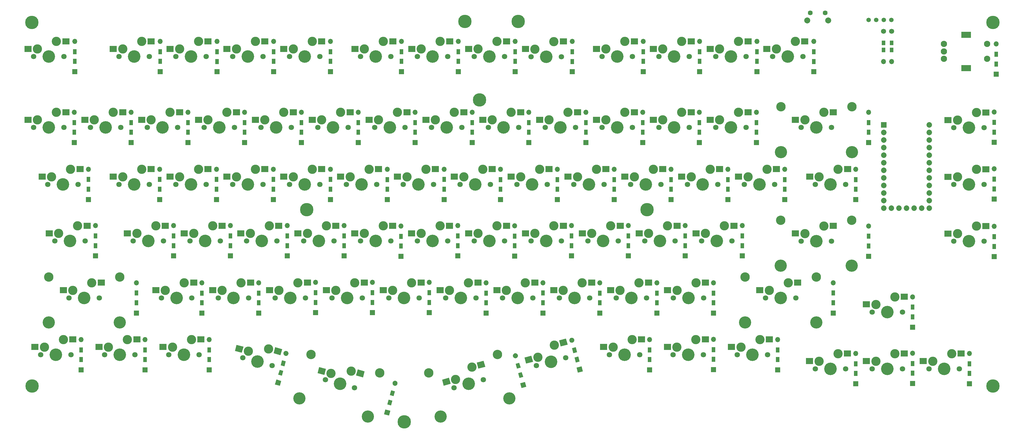
<source format=gbr>
%TF.GenerationSoftware,KiCad,Pcbnew,(5.1.6)-1*%
%TF.CreationDate,2021-09-12T01:22:44+02:00*%
%TF.ProjectId,Kanagawa,4b616e61-6761-4776-912e-6b696361645f,rev?*%
%TF.SameCoordinates,Original*%
%TF.FileFunction,Soldermask,Bot*%
%TF.FilePolarity,Negative*%
%FSLAX46Y46*%
G04 Gerber Fmt 4.6, Leading zero omitted, Abs format (unit mm)*
G04 Created by KiCad (PCBNEW (5.1.6)-1) date 2021-09-12 01:22:44*
%MOMM*%
%LPD*%
G01*
G04 APERTURE LIST*
%ADD10C,0.800000*%
%ADD11C,4.500000*%
%ADD12C,1.852600*%
%ADD13R,1.852600X1.852600*%
%ADD14C,1.800000*%
%ADD15C,3.100000*%
%ADD16C,4.200000*%
%ADD17R,2.400000X2.100000*%
%ADD18C,4.100000*%
%ADD19C,3.150000*%
%ADD20C,2.100000*%
%ADD21R,3.300000X2.100000*%
%ADD22C,0.100000*%
%ADD23R,1.300000X1.700000*%
%ADD24O,1.700000X1.700000*%
%ADD25R,1.700000X1.700000*%
%ADD26R,1.300000X1.500000*%
%ADD27C,1.700000*%
%ADD28C,1.497000*%
%ADD29C,1.624000*%
%ADD30C,2.000000*%
G04 APERTURE END LIST*
D10*
%TO.C,MountBaseMiddleTop1*%
X62046726Y-82065274D03*
X60880000Y-81582000D03*
X59713274Y-82065274D03*
X59230000Y-83232000D03*
X59713274Y-84398726D03*
X60880000Y-84882000D03*
X62046726Y-84398726D03*
X62530000Y-83232000D03*
D11*
X60880000Y-83232000D03*
%TD*%
D10*
%TO.C,MountBaseMiddleTop2*%
X62056726Y-204065274D03*
X60890000Y-203582000D03*
X59723274Y-204065274D03*
X59240000Y-205232000D03*
X59723274Y-206398726D03*
X60890000Y-206882000D03*
X62056726Y-206398726D03*
X62540000Y-205232000D03*
D11*
X60890000Y-205232000D03*
%TD*%
D10*
%TO.C,MountBaseMiddleTop3*%
X384056726Y-82065274D03*
X382890000Y-81582000D03*
X381723274Y-82065274D03*
X381240000Y-83232000D03*
X381723274Y-84398726D03*
X382890000Y-84882000D03*
X384056726Y-84398726D03*
X384540000Y-83232000D03*
D11*
X382890000Y-83232000D03*
%TD*%
D10*
%TO.C,MountBaseMiddleTop4*%
X384056726Y-204065274D03*
X382890000Y-203582000D03*
X381723274Y-204065274D03*
X381240000Y-205232000D03*
X381723274Y-206398726D03*
X382890000Y-206882000D03*
X384056726Y-206398726D03*
X384540000Y-205232000D03*
D11*
X382890000Y-205232000D03*
%TD*%
D10*
%TO.C,MountBaseMiddleTop5*%
X268166726Y-144833274D03*
X267000000Y-144350000D03*
X265833274Y-144833274D03*
X265350000Y-146000000D03*
X265833274Y-147166726D03*
X267000000Y-147650000D03*
X268166726Y-147166726D03*
X268650000Y-146000000D03*
D11*
X267000000Y-146000000D03*
%TD*%
D10*
%TO.C,MountBaseMiddleTop6*%
X154166726Y-144833274D03*
X153000000Y-144350000D03*
X151833274Y-144833274D03*
X151350000Y-146000000D03*
X151833274Y-147166726D03*
X153000000Y-147650000D03*
X154166726Y-147166726D03*
X154650000Y-146000000D03*
D11*
X153000000Y-146000000D03*
%TD*%
D10*
%TO.C,MountBaseMiddleTop7*%
X212056726Y-108065274D03*
X210890000Y-107582000D03*
X209723274Y-108065274D03*
X209240000Y-109232000D03*
X209723274Y-110398726D03*
X210890000Y-110882000D03*
X212056726Y-110398726D03*
X212540000Y-109232000D03*
D11*
X210890000Y-109232000D03*
%TD*%
D10*
%TO.C,MountBaseMiddleTop8*%
X186816726Y-216065274D03*
X185650000Y-215582000D03*
X184483274Y-216065274D03*
X184000000Y-217232000D03*
X184483274Y-218398726D03*
X185650000Y-218882000D03*
X186816726Y-218398726D03*
X187300000Y-217232000D03*
D11*
X185650000Y-217232000D03*
%TD*%
%TO.C,MountMiddle0*%
X205981900Y-82833900D03*
X223841200Y-82833900D03*
%TD*%
D12*
%TO.C,U0*%
X348850000Y-145560000D03*
X351390000Y-145560000D03*
X353930000Y-145560000D03*
X356470000Y-145560000D03*
X359010000Y-145560000D03*
X361550000Y-117620000D03*
X346310000Y-145560000D03*
X361550000Y-120160000D03*
X361550000Y-122700000D03*
X361550000Y-125240000D03*
X361550000Y-127780000D03*
X361550000Y-130320000D03*
X361550000Y-132860000D03*
X361550000Y-135400000D03*
X361550000Y-137940000D03*
X361550000Y-140480000D03*
X361550000Y-143020000D03*
X361550000Y-145560000D03*
X346310000Y-143020000D03*
X346310000Y-140480000D03*
X346310000Y-137940000D03*
X346310000Y-135400000D03*
X346310000Y-132860000D03*
X346310000Y-130320000D03*
X346310000Y-127780000D03*
X346310000Y-125240000D03*
X346310000Y-122700000D03*
X346310000Y-120160000D03*
D13*
X346310000Y-117620000D03*
%TD*%
D14*
%TO.C,KA11*%
X290070000Y-94650000D03*
X300230000Y-94650000D03*
D15*
X297690000Y-89570000D03*
D16*
X295150000Y-94650000D03*
D17*
X300850000Y-89530000D03*
D15*
X291340000Y-92110000D03*
D17*
X288150000Y-92070000D03*
%TD*%
D18*
%TO.C,KE11*%
X323700000Y-183890000D03*
D19*
X323700000Y-168650000D03*
X299900000Y-168650000D03*
D18*
X299900000Y-183890000D03*
D14*
X306720000Y-175650000D03*
X316880000Y-175650000D03*
D15*
X314340000Y-170570000D03*
D16*
X311800000Y-175650000D03*
D17*
X317500000Y-170530000D03*
D15*
X307990000Y-173110000D03*
D17*
X304800000Y-173070000D03*
%TD*%
D20*
%TO.C,SW99*%
X366470000Y-90420000D03*
X366470000Y-92920000D03*
X366470000Y-95420000D03*
D21*
X373970000Y-87320000D03*
X373970000Y-98520000D03*
D20*
X380970000Y-90420000D03*
X380970000Y-95420000D03*
%TD*%
D14*
%TO.C,KA0*%
X61470000Y-94650000D03*
X71630000Y-94650000D03*
D15*
X69090000Y-89570000D03*
D16*
X66550000Y-94650000D03*
D17*
X72250000Y-89530000D03*
D15*
X62740000Y-92110000D03*
D17*
X59550000Y-92070000D03*
%TD*%
D14*
%TO.C,KA1*%
X90070000Y-94650000D03*
X100230000Y-94650000D03*
D15*
X97690000Y-89570000D03*
D16*
X95150000Y-94650000D03*
D17*
X100850000Y-89530000D03*
D15*
X91340000Y-92110000D03*
D17*
X88150000Y-92070000D03*
%TD*%
D14*
%TO.C,KA2*%
X109070000Y-94650000D03*
X119230000Y-94650000D03*
D15*
X116690000Y-89570000D03*
D16*
X114150000Y-94650000D03*
D17*
X119850000Y-89530000D03*
D15*
X110340000Y-92110000D03*
D17*
X107150000Y-92070000D03*
%TD*%
D14*
%TO.C,KA3*%
X128120000Y-94650000D03*
X138280000Y-94650000D03*
D15*
X135740000Y-89570000D03*
D16*
X133200000Y-94650000D03*
D17*
X138900000Y-89530000D03*
D15*
X129390000Y-92110000D03*
D17*
X126200000Y-92070000D03*
%TD*%
D14*
%TO.C,KA4*%
X147220000Y-94650000D03*
X157380000Y-94650000D03*
D15*
X154840000Y-89570000D03*
D16*
X152300000Y-94650000D03*
D17*
X158000000Y-89530000D03*
D15*
X148490000Y-92110000D03*
D17*
X145300000Y-92070000D03*
%TD*%
D14*
%TO.C,KA5*%
X171020000Y-94650000D03*
X181180000Y-94650000D03*
D15*
X178640000Y-89570000D03*
D16*
X176100000Y-94650000D03*
D17*
X181800000Y-89530000D03*
D15*
X172290000Y-92110000D03*
D17*
X169100000Y-92070000D03*
%TD*%
D14*
%TO.C,KA6*%
X190070000Y-94650000D03*
X200230000Y-94650000D03*
D15*
X197690000Y-89570000D03*
D16*
X195150000Y-94650000D03*
D17*
X200850000Y-89530000D03*
D15*
X191340000Y-92110000D03*
D17*
X188150000Y-92070000D03*
%TD*%
D14*
%TO.C,KA7*%
X209120000Y-94650000D03*
X219280000Y-94650000D03*
D15*
X216740000Y-89570000D03*
D16*
X214200000Y-94650000D03*
D17*
X219900000Y-89530000D03*
D15*
X210390000Y-92110000D03*
D17*
X207200000Y-92070000D03*
%TD*%
D14*
%TO.C,KA8*%
X228170000Y-94700000D03*
X238330000Y-94700000D03*
D15*
X235790000Y-89620000D03*
D16*
X233250000Y-94700000D03*
D17*
X238950000Y-89580000D03*
D15*
X229440000Y-92160000D03*
D17*
X226250000Y-92120000D03*
%TD*%
D14*
%TO.C,KA9*%
X251970000Y-94650000D03*
X262130000Y-94650000D03*
D15*
X259590000Y-89570000D03*
D16*
X257050000Y-94650000D03*
D17*
X262750000Y-89530000D03*
D15*
X253240000Y-92110000D03*
D17*
X250050000Y-92070000D03*
%TD*%
D14*
%TO.C,KA10*%
X271020000Y-94650000D03*
X281180000Y-94650000D03*
D15*
X278640000Y-89570000D03*
D16*
X276100000Y-94650000D03*
D17*
X281800000Y-89530000D03*
D15*
X272290000Y-92110000D03*
D17*
X269100000Y-92070000D03*
%TD*%
D14*
%TO.C,KA12*%
X309070000Y-94650000D03*
X319230000Y-94650000D03*
D15*
X316690000Y-89570000D03*
D16*
X314150000Y-94650000D03*
D17*
X319850000Y-89530000D03*
D15*
X310340000Y-92110000D03*
D17*
X307150000Y-92070000D03*
%TD*%
D14*
%TO.C,KB0*%
X61470000Y-118450000D03*
X71630000Y-118450000D03*
D15*
X69090000Y-113370000D03*
D16*
X66550000Y-118450000D03*
D17*
X72250000Y-113330000D03*
D15*
X62740000Y-115910000D03*
D17*
X59550000Y-115870000D03*
%TD*%
D14*
%TO.C,KB1*%
X80520000Y-118450000D03*
X90680000Y-118450000D03*
D15*
X88140000Y-113370000D03*
D16*
X85600000Y-118450000D03*
D17*
X91300000Y-113330000D03*
D15*
X81790000Y-115910000D03*
D17*
X78600000Y-115870000D03*
%TD*%
D14*
%TO.C,KB2*%
X99570000Y-118450000D03*
X109730000Y-118450000D03*
D15*
X107190000Y-113370000D03*
D16*
X104650000Y-118450000D03*
D17*
X110350000Y-113330000D03*
D15*
X100840000Y-115910000D03*
D17*
X97650000Y-115870000D03*
%TD*%
D14*
%TO.C,KB3*%
X118620000Y-118450000D03*
X128780000Y-118450000D03*
D15*
X126240000Y-113370000D03*
D16*
X123700000Y-118450000D03*
D17*
X129400000Y-113330000D03*
D15*
X119890000Y-115910000D03*
D17*
X116700000Y-115870000D03*
%TD*%
D14*
%TO.C,KB4*%
X137670000Y-118450000D03*
X147830000Y-118450000D03*
D15*
X145290000Y-113370000D03*
D16*
X142750000Y-118450000D03*
D17*
X148450000Y-113330000D03*
D15*
X138940000Y-115910000D03*
D17*
X135750000Y-115870000D03*
%TD*%
D14*
%TO.C,KB5*%
X156720000Y-118450000D03*
X166880000Y-118450000D03*
D15*
X164340000Y-113370000D03*
D16*
X161800000Y-118450000D03*
D17*
X167500000Y-113330000D03*
D15*
X157990000Y-115910000D03*
D17*
X154800000Y-115870000D03*
%TD*%
D14*
%TO.C,KB6*%
X175770000Y-118450000D03*
X185930000Y-118450000D03*
D15*
X183390000Y-113370000D03*
D16*
X180850000Y-118450000D03*
D17*
X186550000Y-113330000D03*
D15*
X177040000Y-115910000D03*
D17*
X173850000Y-115870000D03*
%TD*%
D14*
%TO.C,KB7*%
X194820000Y-118450000D03*
X204980000Y-118450000D03*
D15*
X202440000Y-113370000D03*
D16*
X199900000Y-118450000D03*
D17*
X205600000Y-113330000D03*
D15*
X196090000Y-115910000D03*
D17*
X192900000Y-115870000D03*
%TD*%
D14*
%TO.C,KB8*%
X213870000Y-118450000D03*
X224030000Y-118450000D03*
D15*
X221490000Y-113370000D03*
D16*
X218950000Y-118450000D03*
D17*
X224650000Y-113330000D03*
D15*
X215140000Y-115910000D03*
D17*
X211950000Y-115870000D03*
%TD*%
D14*
%TO.C,KB9*%
X232920000Y-118450000D03*
X243080000Y-118450000D03*
D15*
X240540000Y-113370000D03*
D16*
X238000000Y-118450000D03*
D17*
X243700000Y-113330000D03*
D15*
X234190000Y-115910000D03*
D17*
X231000000Y-115870000D03*
%TD*%
D14*
%TO.C,KB10*%
X251970000Y-118450000D03*
X262130000Y-118450000D03*
D15*
X259590000Y-113370000D03*
D16*
X257050000Y-118450000D03*
D17*
X262750000Y-113330000D03*
D15*
X253240000Y-115910000D03*
D17*
X250050000Y-115870000D03*
%TD*%
D14*
%TO.C,KB11*%
X271020000Y-118450000D03*
X281180000Y-118450000D03*
D15*
X278640000Y-113370000D03*
D16*
X276100000Y-118450000D03*
D17*
X281800000Y-113330000D03*
D15*
X272290000Y-115910000D03*
D17*
X269100000Y-115870000D03*
%TD*%
D14*
%TO.C,KB12*%
X290070000Y-118450000D03*
X300230000Y-118450000D03*
D15*
X297690000Y-113370000D03*
D16*
X295150000Y-118450000D03*
D17*
X300850000Y-113330000D03*
D15*
X291340000Y-115910000D03*
D17*
X288150000Y-115870000D03*
%TD*%
D14*
%TO.C,KC1*%
X90020000Y-137550000D03*
X100180000Y-137550000D03*
D15*
X97640000Y-132470000D03*
D16*
X95100000Y-137550000D03*
D17*
X100800000Y-132430000D03*
D15*
X91290000Y-135010000D03*
D17*
X88100000Y-134970000D03*
%TD*%
D14*
%TO.C,KC2*%
X109070000Y-137550000D03*
X119230000Y-137550000D03*
D15*
X116690000Y-132470000D03*
D16*
X114150000Y-137550000D03*
D17*
X119850000Y-132430000D03*
D15*
X110340000Y-135010000D03*
D17*
X107150000Y-134970000D03*
%TD*%
D14*
%TO.C,KC3*%
X128120000Y-137550000D03*
X138280000Y-137550000D03*
D15*
X135740000Y-132470000D03*
D16*
X133200000Y-137550000D03*
D17*
X138900000Y-132430000D03*
D15*
X129390000Y-135010000D03*
D17*
X126200000Y-134970000D03*
%TD*%
D14*
%TO.C,KC4*%
X147170000Y-137550000D03*
X157330000Y-137550000D03*
D15*
X154790000Y-132470000D03*
D16*
X152250000Y-137550000D03*
D17*
X157950000Y-132430000D03*
D15*
X148440000Y-135010000D03*
D17*
X145250000Y-134970000D03*
%TD*%
D14*
%TO.C,KC5*%
X166220000Y-137550000D03*
X176380000Y-137550000D03*
D15*
X173840000Y-132470000D03*
D16*
X171300000Y-137550000D03*
D17*
X177000000Y-132430000D03*
D15*
X167490000Y-135010000D03*
D17*
X164300000Y-134970000D03*
%TD*%
D14*
%TO.C,KC6*%
X185270000Y-137550000D03*
X195430000Y-137550000D03*
D15*
X192890000Y-132470000D03*
D16*
X190350000Y-137550000D03*
D17*
X196050000Y-132430000D03*
D15*
X186540000Y-135010000D03*
D17*
X183350000Y-134970000D03*
%TD*%
D14*
%TO.C,KC7*%
X204320000Y-137550000D03*
X214480000Y-137550000D03*
D15*
X211940000Y-132470000D03*
D16*
X209400000Y-137550000D03*
D17*
X215100000Y-132430000D03*
D15*
X205590000Y-135010000D03*
D17*
X202400000Y-134970000D03*
%TD*%
D14*
%TO.C,KC8*%
X223370000Y-137550000D03*
X233530000Y-137550000D03*
D15*
X230990000Y-132470000D03*
D16*
X228450000Y-137550000D03*
D17*
X234150000Y-132430000D03*
D15*
X224640000Y-135010000D03*
D17*
X221450000Y-134970000D03*
%TD*%
D14*
%TO.C,KC9*%
X242470000Y-137550000D03*
X252630000Y-137550000D03*
D15*
X250090000Y-132470000D03*
D16*
X247550000Y-137550000D03*
D17*
X253250000Y-132430000D03*
D15*
X243740000Y-135010000D03*
D17*
X240550000Y-134970000D03*
%TD*%
D14*
%TO.C,KC10*%
X261520000Y-137550000D03*
X271680000Y-137550000D03*
D15*
X269140000Y-132470000D03*
D16*
X266600000Y-137550000D03*
D17*
X272300000Y-132430000D03*
D15*
X262790000Y-135010000D03*
D17*
X259600000Y-134970000D03*
%TD*%
D14*
%TO.C,KC11*%
X280570000Y-137550000D03*
X290730000Y-137550000D03*
D15*
X288190000Y-132470000D03*
D16*
X285650000Y-137550000D03*
D17*
X291350000Y-132430000D03*
D15*
X281840000Y-135010000D03*
D17*
X278650000Y-134970000D03*
%TD*%
D14*
%TO.C,KD1*%
X94770000Y-156550000D03*
X104930000Y-156550000D03*
D15*
X102390000Y-151470000D03*
D16*
X99850000Y-156550000D03*
D17*
X105550000Y-151430000D03*
D15*
X96040000Y-154010000D03*
D17*
X92850000Y-153970000D03*
%TD*%
D14*
%TO.C,KD2*%
X113820000Y-156550000D03*
X123980000Y-156550000D03*
D15*
X121440000Y-151470000D03*
D16*
X118900000Y-156550000D03*
D17*
X124600000Y-151430000D03*
D15*
X115090000Y-154010000D03*
D17*
X111900000Y-153970000D03*
%TD*%
D14*
%TO.C,KD3*%
X132820000Y-156550000D03*
X142980000Y-156550000D03*
D15*
X140440000Y-151470000D03*
D16*
X137900000Y-156550000D03*
D17*
X143600000Y-151430000D03*
D15*
X134090000Y-154010000D03*
D17*
X130900000Y-153970000D03*
%TD*%
D14*
%TO.C,KD4*%
X151920000Y-156550000D03*
X162080000Y-156550000D03*
D15*
X159540000Y-151470000D03*
D16*
X157000000Y-156550000D03*
D17*
X162700000Y-151430000D03*
D15*
X153190000Y-154010000D03*
D17*
X150000000Y-153970000D03*
%TD*%
D14*
%TO.C,KD5*%
X170970000Y-156550000D03*
X181130000Y-156550000D03*
D15*
X178590000Y-151470000D03*
D16*
X176050000Y-156550000D03*
D17*
X181750000Y-151430000D03*
D15*
X172240000Y-154010000D03*
D17*
X169050000Y-153970000D03*
%TD*%
D14*
%TO.C,KD6*%
X190020000Y-156550000D03*
X200180000Y-156550000D03*
D15*
X197640000Y-151470000D03*
D16*
X195100000Y-156550000D03*
D17*
X200800000Y-151430000D03*
D15*
X191290000Y-154010000D03*
D17*
X188100000Y-153970000D03*
%TD*%
D14*
%TO.C,KD7*%
X209120000Y-156550000D03*
X219280000Y-156550000D03*
D15*
X216740000Y-151470000D03*
D16*
X214200000Y-156550000D03*
D17*
X219900000Y-151430000D03*
D15*
X210390000Y-154010000D03*
D17*
X207200000Y-153970000D03*
%TD*%
D14*
%TO.C,KD8*%
X228170000Y-156550000D03*
X238330000Y-156550000D03*
D15*
X235790000Y-151470000D03*
D16*
X233250000Y-156550000D03*
D17*
X238950000Y-151430000D03*
D15*
X229440000Y-154010000D03*
D17*
X226250000Y-153970000D03*
%TD*%
D14*
%TO.C,KD9*%
X247220000Y-156550000D03*
X257380000Y-156550000D03*
D15*
X254840000Y-151470000D03*
D16*
X252300000Y-156550000D03*
D17*
X258000000Y-151430000D03*
D15*
X248490000Y-154010000D03*
D17*
X245300000Y-153970000D03*
%TD*%
D14*
%TO.C,KD10*%
X266270000Y-156550000D03*
X276430000Y-156550000D03*
D15*
X273890000Y-151470000D03*
D16*
X271350000Y-156550000D03*
D17*
X277050000Y-151430000D03*
D15*
X267540000Y-154010000D03*
D17*
X264350000Y-153970000D03*
%TD*%
D14*
%TO.C,KD11*%
X285320000Y-156550000D03*
X295480000Y-156550000D03*
D15*
X292940000Y-151470000D03*
D16*
X290400000Y-156550000D03*
D17*
X296100000Y-151430000D03*
D15*
X286590000Y-154010000D03*
D17*
X283400000Y-153970000D03*
%TD*%
D14*
%TO.C,KE1*%
X104320000Y-175650000D03*
X114480000Y-175650000D03*
D15*
X111940000Y-170570000D03*
D16*
X109400000Y-175650000D03*
D17*
X115100000Y-170530000D03*
D15*
X105590000Y-173110000D03*
D17*
X102400000Y-173070000D03*
%TD*%
D14*
%TO.C,KE2*%
X123370000Y-175650000D03*
X133530000Y-175650000D03*
D15*
X130990000Y-170570000D03*
D16*
X128450000Y-175650000D03*
D17*
X134150000Y-170530000D03*
D15*
X124640000Y-173110000D03*
D17*
X121450000Y-173070000D03*
%TD*%
D14*
%TO.C,KE3*%
X142420000Y-175650000D03*
X152580000Y-175650000D03*
D15*
X150040000Y-170570000D03*
D16*
X147500000Y-175650000D03*
D17*
X153200000Y-170530000D03*
D15*
X143690000Y-173110000D03*
D17*
X140500000Y-173070000D03*
%TD*%
D14*
%TO.C,KE4*%
X161470000Y-175650000D03*
X171630000Y-175650000D03*
D15*
X169090000Y-170570000D03*
D16*
X166550000Y-175650000D03*
D17*
X172250000Y-170530000D03*
D15*
X162740000Y-173110000D03*
D17*
X159550000Y-173070000D03*
%TD*%
D14*
%TO.C,KE5*%
X180520000Y-175650000D03*
X190680000Y-175650000D03*
D15*
X188140000Y-170570000D03*
D16*
X185600000Y-175650000D03*
D17*
X191300000Y-170530000D03*
D15*
X181790000Y-173110000D03*
D17*
X178600000Y-173070000D03*
%TD*%
D14*
%TO.C,KE6*%
X199570000Y-175650000D03*
X209730000Y-175650000D03*
D15*
X207190000Y-170570000D03*
D16*
X204650000Y-175650000D03*
D17*
X210350000Y-170530000D03*
D15*
X200840000Y-173110000D03*
D17*
X197650000Y-173070000D03*
%TD*%
D14*
%TO.C,KE7*%
X218620000Y-175650000D03*
X228780000Y-175650000D03*
D15*
X226240000Y-170570000D03*
D16*
X223700000Y-175650000D03*
D17*
X229400000Y-170530000D03*
D15*
X219890000Y-173110000D03*
D17*
X216700000Y-173070000D03*
%TD*%
D14*
%TO.C,KE8*%
X237670000Y-175650000D03*
X247830000Y-175650000D03*
D15*
X245290000Y-170570000D03*
D16*
X242750000Y-175650000D03*
D17*
X248450000Y-170530000D03*
D15*
X238940000Y-173110000D03*
D17*
X235750000Y-173070000D03*
%TD*%
D14*
%TO.C,KE9*%
X256720000Y-175650000D03*
X266880000Y-175650000D03*
D15*
X264340000Y-170570000D03*
D16*
X261800000Y-175650000D03*
D17*
X267500000Y-170530000D03*
D15*
X257990000Y-173110000D03*
D17*
X254800000Y-173070000D03*
%TD*%
D14*
%TO.C,KE10*%
X275820000Y-175650000D03*
X285980000Y-175650000D03*
D15*
X283440000Y-170570000D03*
D16*
X280900000Y-175650000D03*
D17*
X286600000Y-170530000D03*
D15*
X277090000Y-173110000D03*
D17*
X273900000Y-173070000D03*
%TD*%
D14*
%TO.C,KE12*%
X342420000Y-180400000D03*
X352580000Y-180400000D03*
D15*
X350040000Y-175320000D03*
D16*
X347500000Y-180400000D03*
D17*
X353200000Y-175280000D03*
D15*
X343690000Y-177860000D03*
D17*
X340500000Y-177820000D03*
%TD*%
D14*
%TO.C,KF1*%
X85270000Y-194700000D03*
X95430000Y-194700000D03*
D15*
X92890000Y-189620000D03*
D16*
X90350000Y-194700000D03*
D17*
X96050000Y-189580000D03*
D15*
X86540000Y-192160000D03*
D17*
X83350000Y-192120000D03*
%TD*%
D14*
%TO.C,KF3*%
X131543097Y-195685199D03*
X141356903Y-198314801D03*
D15*
X140218252Y-192750497D03*
D16*
X136450000Y-197000000D03*
D22*
G36*
X144711802Y-192826089D02*
G01*
X144168282Y-194854533D01*
X141850060Y-194233367D01*
X142393580Y-192204923D01*
X144711802Y-192826089D01*
G37*
D15*
X133427223Y-193560448D03*
D22*
G36*
X131787143Y-191992539D02*
G01*
X131243623Y-194020983D01*
X128925401Y-193399817D01*
X129468921Y-191371373D01*
X131787143Y-191992539D01*
G37*
%TD*%
D14*
%TO.C,KF6*%
X229893097Y-198364801D03*
X239706903Y-195735199D03*
D15*
X235938651Y-191485696D03*
D16*
X234800000Y-197050000D03*
D22*
G36*
X239867975Y-189304386D02*
G01*
X240411495Y-191332830D01*
X238093273Y-191953996D01*
X237549753Y-189925552D01*
X239867975Y-189304386D01*
G37*
D15*
X230462422Y-195582649D03*
D22*
G36*
X228258117Y-195044840D02*
G01*
X228801637Y-197073284D01*
X226483415Y-197694450D01*
X225939895Y-195666006D01*
X228258117Y-195044840D01*
G37*
%TD*%
D14*
%TO.C,KF8*%
X275770000Y-194700000D03*
X285930000Y-194700000D03*
D15*
X283390000Y-189620000D03*
D16*
X280850000Y-194700000D03*
D17*
X286550000Y-189580000D03*
D15*
X277040000Y-192160000D03*
D17*
X273850000Y-192120000D03*
%TD*%
D14*
%TO.C,KF10*%
X323370000Y-199450000D03*
X333530000Y-199450000D03*
D15*
X330990000Y-194370000D03*
D16*
X328450000Y-199450000D03*
D17*
X334150000Y-194330000D03*
D15*
X324640000Y-196910000D03*
D17*
X321450000Y-196870000D03*
%TD*%
D14*
%TO.C,KF11*%
X342420000Y-199450000D03*
X352580000Y-199450000D03*
D15*
X350040000Y-194370000D03*
D16*
X347500000Y-199450000D03*
D17*
X353200000Y-194330000D03*
D15*
X343690000Y-196910000D03*
D17*
X340500000Y-196870000D03*
%TD*%
D14*
%TO.C,KF12*%
X361470000Y-199450000D03*
X371630000Y-199450000D03*
D15*
X369090000Y-194370000D03*
D16*
X366550000Y-199450000D03*
D17*
X372250000Y-194330000D03*
D15*
X362740000Y-196910000D03*
D17*
X359550000Y-196870000D03*
%TD*%
D23*
%TO.C,DA0*%
X75250000Y-96250000D03*
D24*
X75250000Y-89540000D03*
D25*
X75250000Y-99700000D03*
D23*
X75250000Y-92990000D03*
%TD*%
%TO.C,DA1*%
X103850000Y-96250000D03*
D24*
X103850000Y-89540000D03*
D25*
X103850000Y-99700000D03*
D23*
X103850000Y-92990000D03*
%TD*%
%TO.C,DA2*%
X122900000Y-96300000D03*
D24*
X122900000Y-89590000D03*
D25*
X122900000Y-99750000D03*
D23*
X122900000Y-93040000D03*
%TD*%
%TO.C,DA3*%
X141900000Y-96250000D03*
D24*
X141900000Y-89540000D03*
D25*
X141900000Y-99700000D03*
D23*
X141900000Y-92990000D03*
%TD*%
%TO.C,DA4*%
X160900000Y-96250000D03*
D24*
X160900000Y-89540000D03*
D25*
X160900000Y-99700000D03*
D23*
X160900000Y-92990000D03*
%TD*%
%TO.C,DA5*%
X184750000Y-96250000D03*
D24*
X184750000Y-89540000D03*
D25*
X184750000Y-99700000D03*
D23*
X184750000Y-92990000D03*
%TD*%
%TO.C,DA6*%
X203750000Y-96250000D03*
D24*
X203750000Y-89540000D03*
D25*
X203750000Y-99700000D03*
D23*
X203750000Y-92990000D03*
%TD*%
%TO.C,DA7*%
X222800000Y-96250000D03*
D24*
X222800000Y-89540000D03*
D25*
X222800000Y-99700000D03*
D23*
X222800000Y-92990000D03*
%TD*%
%TO.C,DA8*%
X241950000Y-96300000D03*
D24*
X241950000Y-89590000D03*
D25*
X241950000Y-99750000D03*
D23*
X241950000Y-93040000D03*
%TD*%
%TO.C,DA9*%
X265700000Y-96250000D03*
D24*
X265700000Y-89540000D03*
D25*
X265700000Y-99700000D03*
D23*
X265700000Y-92990000D03*
%TD*%
%TO.C,DA10*%
X284650000Y-96250000D03*
D24*
X284650000Y-89540000D03*
D25*
X284650000Y-99700000D03*
D23*
X284650000Y-92990000D03*
%TD*%
%TO.C,DA11*%
X303800000Y-96250000D03*
D24*
X303800000Y-89540000D03*
D25*
X303800000Y-99700000D03*
D23*
X303800000Y-92990000D03*
%TD*%
%TO.C,DA12*%
X322900000Y-96300000D03*
D24*
X322900000Y-89590000D03*
D25*
X322900000Y-99750000D03*
D23*
X322900000Y-93040000D03*
%TD*%
%TO.C,DB0*%
X75100000Y-120050000D03*
D24*
X75100000Y-113340000D03*
D25*
X75100000Y-123500000D03*
D23*
X75100000Y-116790000D03*
%TD*%
%TO.C,DB1*%
X94150000Y-120050000D03*
D24*
X94150000Y-113340000D03*
D25*
X94150000Y-123500000D03*
D23*
X94150000Y-116790000D03*
%TD*%
%TO.C,DB2*%
X113150000Y-120050000D03*
D24*
X113150000Y-113340000D03*
D25*
X113150000Y-123500000D03*
D23*
X113150000Y-116790000D03*
%TD*%
%TO.C,DB3*%
X132150000Y-120050000D03*
D24*
X132150000Y-113340000D03*
D25*
X132150000Y-123500000D03*
D23*
X132150000Y-116790000D03*
%TD*%
%TO.C,DB4*%
X151200000Y-120050000D03*
D24*
X151200000Y-113340000D03*
D25*
X151200000Y-123500000D03*
D23*
X151200000Y-116790000D03*
%TD*%
%TO.C,DB5*%
X170250000Y-120050000D03*
D24*
X170250000Y-113340000D03*
D25*
X170250000Y-123500000D03*
D23*
X170250000Y-116790000D03*
%TD*%
%TO.C,DB6*%
X189300000Y-120050000D03*
D24*
X189300000Y-113340000D03*
D25*
X189300000Y-123500000D03*
D23*
X189300000Y-116790000D03*
%TD*%
%TO.C,DB7*%
X208400000Y-120050000D03*
D24*
X208400000Y-113340000D03*
D25*
X208400000Y-123500000D03*
D23*
X208400000Y-116790000D03*
%TD*%
%TO.C,DB8*%
X227400000Y-120050000D03*
D24*
X227400000Y-113340000D03*
D25*
X227400000Y-123500000D03*
D23*
X227400000Y-116790000D03*
%TD*%
%TO.C,DB9*%
X246500000Y-120050000D03*
D24*
X246500000Y-113340000D03*
D25*
X246500000Y-123500000D03*
D23*
X246500000Y-116790000D03*
%TD*%
%TO.C,DB10*%
X265550000Y-120050000D03*
D24*
X265550000Y-113340000D03*
D25*
X265550000Y-123500000D03*
D23*
X265550000Y-116790000D03*
%TD*%
%TO.C,DB11*%
X284550000Y-120050000D03*
D24*
X284550000Y-113340000D03*
D25*
X284550000Y-123500000D03*
D23*
X284550000Y-116790000D03*
%TD*%
%TO.C,DB12*%
X303700000Y-120050000D03*
D24*
X303700000Y-113340000D03*
D25*
X303700000Y-123500000D03*
D23*
X303700000Y-116790000D03*
%TD*%
%TO.C,DB13*%
X341290000Y-120040000D03*
D24*
X341290000Y-113330000D03*
D25*
X341290000Y-123490000D03*
D23*
X341290000Y-116780000D03*
%TD*%
%TO.C,DC0*%
X79850000Y-139150000D03*
D24*
X79850000Y-132440000D03*
D25*
X79850000Y-142600000D03*
D23*
X79850000Y-135890000D03*
%TD*%
%TO.C,DC1*%
X103650000Y-139150000D03*
D24*
X103650000Y-132440000D03*
D25*
X103650000Y-142600000D03*
D23*
X103650000Y-135890000D03*
%TD*%
%TO.C,DC2*%
X122700000Y-139150000D03*
D24*
X122700000Y-132440000D03*
D25*
X122700000Y-142600000D03*
D23*
X122700000Y-135890000D03*
%TD*%
%TO.C,DC3*%
X141750000Y-139150000D03*
D24*
X141750000Y-132440000D03*
D25*
X141750000Y-142600000D03*
D23*
X141750000Y-135890000D03*
%TD*%
%TO.C,DC4*%
X160900000Y-139150000D03*
D24*
X160900000Y-132440000D03*
D25*
X160900000Y-142600000D03*
D23*
X160900000Y-135890000D03*
%TD*%
%TO.C,DC5*%
X179950000Y-139200000D03*
D24*
X179950000Y-132490000D03*
D25*
X179950000Y-142650000D03*
D23*
X179950000Y-135940000D03*
%TD*%
%TO.C,DC6*%
X199000000Y-139150000D03*
D24*
X199000000Y-132440000D03*
D25*
X199000000Y-142600000D03*
D23*
X199000000Y-135890000D03*
%TD*%
%TO.C,DC7*%
X217932000Y-139171000D03*
D24*
X217932000Y-132461000D03*
D25*
X217932000Y-142621000D03*
D23*
X217932000Y-135911000D03*
%TD*%
%TO.C,DC8*%
X236982000Y-139171000D03*
D24*
X236982000Y-132461000D03*
D25*
X236982000Y-142621000D03*
D23*
X236982000Y-135911000D03*
%TD*%
%TO.C,DC9*%
X256032000Y-139171000D03*
D24*
X256032000Y-132461000D03*
D25*
X256032000Y-142621000D03*
D23*
X256032000Y-135911000D03*
%TD*%
%TO.C,DC10*%
X275082000Y-139171000D03*
D24*
X275082000Y-132461000D03*
D25*
X275082000Y-142621000D03*
D23*
X275082000Y-135911000D03*
%TD*%
%TO.C,DC11*%
X294132000Y-139171000D03*
D24*
X294132000Y-132461000D03*
D25*
X294132000Y-142621000D03*
D23*
X294132000Y-135911000D03*
%TD*%
%TO.C,DC12*%
X313182000Y-139171000D03*
D24*
X313182000Y-132461000D03*
D25*
X313182000Y-142621000D03*
D23*
X313182000Y-135911000D03*
%TD*%
%TO.C,DC13*%
X336931000Y-139171000D03*
D24*
X336931000Y-132461000D03*
D25*
X336931000Y-142621000D03*
D23*
X336931000Y-135911000D03*
%TD*%
%TO.C,DD0*%
X82169000Y-158094000D03*
D24*
X82169000Y-151384000D03*
D25*
X82169000Y-161544000D03*
D23*
X82169000Y-154834000D03*
%TD*%
%TO.C,DD1*%
X108331000Y-158094000D03*
D24*
X108331000Y-151384000D03*
D25*
X108331000Y-161544000D03*
D23*
X108331000Y-154834000D03*
%TD*%
%TO.C,DD2*%
X127381000Y-158094000D03*
D24*
X127381000Y-151384000D03*
D25*
X127381000Y-161544000D03*
D23*
X127381000Y-154834000D03*
%TD*%
%TO.C,DD3*%
X146431000Y-158094000D03*
D24*
X146431000Y-151384000D03*
D25*
X146431000Y-161544000D03*
D23*
X146431000Y-154834000D03*
%TD*%
%TO.C,DD4*%
X165481000Y-158094000D03*
D24*
X165481000Y-151384000D03*
D25*
X165481000Y-161544000D03*
D23*
X165481000Y-154834000D03*
%TD*%
%TO.C,DD5*%
X184531000Y-158221000D03*
D24*
X184531000Y-151511000D03*
D25*
X184531000Y-161671000D03*
D23*
X184531000Y-154961000D03*
%TD*%
%TO.C,DD6*%
X203581000Y-158094000D03*
D24*
X203581000Y-151384000D03*
D25*
X203581000Y-161544000D03*
D23*
X203581000Y-154834000D03*
%TD*%
%TO.C,DD7*%
X222631000Y-158150000D03*
D24*
X222631000Y-151440000D03*
D25*
X222631000Y-161600000D03*
D23*
X222631000Y-154890000D03*
%TD*%
%TO.C,DD8*%
X241681000Y-158094000D03*
D24*
X241681000Y-151384000D03*
D25*
X241681000Y-161544000D03*
D23*
X241681000Y-154834000D03*
%TD*%
%TO.C,DD9*%
X260731000Y-158094000D03*
D24*
X260731000Y-151384000D03*
D25*
X260731000Y-161544000D03*
D23*
X260731000Y-154834000D03*
%TD*%
%TO.C,DD10*%
X279781000Y-158094000D03*
D24*
X279781000Y-151384000D03*
D25*
X279781000Y-161544000D03*
D23*
X279781000Y-154834000D03*
%TD*%
%TO.C,DD11*%
X298958000Y-158100000D03*
D24*
X298958000Y-151390000D03*
D25*
X298958000Y-161550000D03*
D23*
X298958000Y-154840000D03*
%TD*%
%TO.C,DD12*%
X341240000Y-158200000D03*
D24*
X341240000Y-151490000D03*
D25*
X341240000Y-161650000D03*
D23*
X341240000Y-154940000D03*
%TD*%
%TO.C,DD13*%
X383318000Y-119994000D03*
D24*
X383318000Y-113284000D03*
D25*
X383318000Y-123444000D03*
D23*
X383318000Y-116734000D03*
%TD*%
%TO.C,DE0*%
X95910000Y-177250000D03*
D24*
X95910000Y-170540000D03*
D25*
X95910000Y-180700000D03*
D23*
X95910000Y-173990000D03*
%TD*%
%TO.C,DE1*%
X117856000Y-177271000D03*
D24*
X117856000Y-170561000D03*
D25*
X117856000Y-180721000D03*
D23*
X117856000Y-174011000D03*
%TD*%
%TO.C,DE2*%
X136906000Y-177271000D03*
D24*
X136906000Y-170561000D03*
D25*
X136906000Y-180721000D03*
D23*
X136906000Y-174011000D03*
%TD*%
%TO.C,DE3*%
X155956000Y-177144000D03*
D24*
X155956000Y-170434000D03*
D25*
X155956000Y-180594000D03*
D23*
X155956000Y-173884000D03*
%TD*%
%TO.C,DE4*%
X175006000Y-177144000D03*
D24*
X175006000Y-170434000D03*
D25*
X175006000Y-180594000D03*
D23*
X175006000Y-173884000D03*
%TD*%
%TO.C,DE5*%
X194056000Y-177144000D03*
D24*
X194056000Y-170434000D03*
D25*
X194056000Y-180594000D03*
D23*
X194056000Y-173884000D03*
%TD*%
%TO.C,DE6*%
X213106000Y-177300000D03*
D24*
X213106000Y-170590000D03*
D25*
X213106000Y-180750000D03*
D23*
X213106000Y-174040000D03*
%TD*%
%TO.C,DE7*%
X232156000Y-177250000D03*
D24*
X232156000Y-170540000D03*
D25*
X232156000Y-180700000D03*
D23*
X232156000Y-173990000D03*
%TD*%
%TO.C,DE8*%
X251206000Y-177271000D03*
D24*
X251206000Y-170561000D03*
D25*
X251206000Y-180721000D03*
D23*
X251206000Y-174011000D03*
%TD*%
%TO.C,DE9*%
X270350000Y-177271000D03*
D24*
X270350000Y-170561000D03*
D25*
X270350000Y-180721000D03*
D23*
X270350000Y-174011000D03*
%TD*%
%TO.C,DE10*%
X289306000Y-177271000D03*
D24*
X289306000Y-170561000D03*
D25*
X289306000Y-180721000D03*
D23*
X289306000Y-174011000D03*
%TD*%
%TO.C,DE11*%
X329370000Y-177250000D03*
D24*
X329370000Y-170540000D03*
D25*
X329370000Y-180700000D03*
D23*
X329370000Y-173990000D03*
%TD*%
%TO.C,DE12*%
X355981000Y-182000000D03*
D24*
X355981000Y-175290000D03*
D25*
X355981000Y-185450000D03*
D23*
X355981000Y-178740000D03*
%TD*%
%TO.C,DF0*%
X77343000Y-196321000D03*
D24*
X77343000Y-189611000D03*
D25*
X77343000Y-199771000D03*
D23*
X77343000Y-193061000D03*
%TD*%
%TO.C,DF1*%
X98806000Y-196321000D03*
D24*
X98806000Y-189611000D03*
D25*
X98806000Y-199771000D03*
D23*
X98806000Y-193061000D03*
%TD*%
%TO.C,DF2*%
X120269000Y-196321000D03*
D24*
X120269000Y-189611000D03*
D25*
X120269000Y-199771000D03*
D23*
X120269000Y-193061000D03*
%TD*%
D22*
%TO.C,DF3*%
G36*
X144680782Y-201736825D02*
G01*
X143425078Y-201400361D01*
X143865070Y-199758287D01*
X145120774Y-200094751D01*
X144680782Y-201736825D01*
G37*
G36*
G01*
X145789605Y-195087231D02*
X145789605Y-195087231D01*
G75*
G02*
X145188564Y-194046198I219996J821037D01*
G01*
X145188564Y-194046198D01*
G75*
G02*
X146229597Y-193445157I821037J-219996D01*
G01*
X146229597Y-193445157D01*
G75*
G02*
X146830638Y-194486190I-219996J-821037D01*
G01*
X146830638Y-194486190D01*
G75*
G02*
X145789605Y-195087231I-821037J219996D01*
G01*
G37*
G36*
X143981041Y-205121033D02*
G01*
X142338967Y-204681041D01*
X142778959Y-203038967D01*
X144421033Y-203478959D01*
X143981041Y-205121033D01*
G37*
G36*
X145524532Y-198587907D02*
G01*
X144268828Y-198251443D01*
X144708820Y-196609369D01*
X145964524Y-196945833D01*
X145524532Y-198587907D01*
G37*
%TD*%
%TO.C,DF4*%
G36*
X181230782Y-211766825D02*
G01*
X179975078Y-211430361D01*
X180415070Y-209788287D01*
X181670774Y-210124751D01*
X181230782Y-211766825D01*
G37*
G36*
G01*
X182339605Y-205117231D02*
X182339605Y-205117231D01*
G75*
G02*
X181738564Y-204076198I219996J821037D01*
G01*
X181738564Y-204076198D01*
G75*
G02*
X182779597Y-203475157I821037J-219996D01*
G01*
X182779597Y-203475157D01*
G75*
G02*
X183380638Y-204516190I-219996J-821037D01*
G01*
X183380638Y-204516190D01*
G75*
G02*
X182339605Y-205117231I-821037J219996D01*
G01*
G37*
G36*
X180531041Y-215151033D02*
G01*
X178888967Y-214711041D01*
X179328959Y-213068967D01*
X180971033Y-213508959D01*
X180531041Y-215151033D01*
G37*
G36*
X182074532Y-208617907D02*
G01*
X180818828Y-208281443D01*
X181258820Y-206639369D01*
X182514524Y-206975833D01*
X182074532Y-208617907D01*
G37*
%TD*%
%TO.C,DF5*%
G36*
X225484922Y-202190361D02*
G01*
X224229218Y-202526825D01*
X223789226Y-200884751D01*
X225044930Y-200548287D01*
X225484922Y-202190361D01*
G37*
G36*
G01*
X223120395Y-195877231D02*
X223120395Y-195877231D01*
G75*
G02*
X222079362Y-195276190I-219996J821037D01*
G01*
X222079362Y-195276190D01*
G75*
G02*
X222680403Y-194235157I821037J219996D01*
G01*
X222680403Y-194235157D01*
G75*
G02*
X223721436Y-194836198I219996J-821037D01*
G01*
X223721436Y-194836198D01*
G75*
G02*
X223120395Y-195877231I-821037J-219996D01*
G01*
G37*
G36*
X226571033Y-205471041D02*
G01*
X224928959Y-205911033D01*
X224488967Y-204268959D01*
X226131041Y-203828967D01*
X226571033Y-205471041D01*
G37*
G36*
X224641172Y-199041443D02*
G01*
X223385468Y-199377907D01*
X222945476Y-197735833D01*
X224201180Y-197399369D01*
X224641172Y-199041443D01*
G37*
%TD*%
%TO.C,DF6*%
G36*
X244394922Y-196980361D02*
G01*
X243139218Y-197316825D01*
X242699226Y-195674751D01*
X243954930Y-195338287D01*
X244394922Y-196980361D01*
G37*
G36*
G01*
X242030395Y-190667231D02*
X242030395Y-190667231D01*
G75*
G02*
X240989362Y-190066190I-219996J821037D01*
G01*
X240989362Y-190066190D01*
G75*
G02*
X241590403Y-189025157I821037J219996D01*
G01*
X241590403Y-189025157D01*
G75*
G02*
X242631436Y-189626198I219996J-821037D01*
G01*
X242631436Y-189626198D01*
G75*
G02*
X242030395Y-190667231I-821037J-219996D01*
G01*
G37*
G36*
X245481033Y-200261041D02*
G01*
X243838959Y-200701033D01*
X243398967Y-199058959D01*
X245041041Y-198618967D01*
X245481033Y-200261041D01*
G37*
G36*
X243551172Y-193831443D02*
G01*
X242295468Y-194167907D01*
X241855476Y-192525833D01*
X243111180Y-192189369D01*
X243551172Y-193831443D01*
G37*
%TD*%
D23*
%TO.C,DF7*%
X267843000Y-196321000D03*
D24*
X267843000Y-189611000D03*
D25*
X267843000Y-199771000D03*
D23*
X267843000Y-193061000D03*
%TD*%
%TO.C,DF8*%
X289306000Y-196250000D03*
D24*
X289306000Y-189540000D03*
D25*
X289306000Y-199700000D03*
D23*
X289306000Y-192990000D03*
%TD*%
%TO.C,DF9*%
X310769000Y-196321000D03*
D24*
X310769000Y-189611000D03*
D25*
X310769000Y-199771000D03*
D23*
X310769000Y-193061000D03*
%TD*%
%TO.C,DF10*%
X336931000Y-201000000D03*
D24*
X336931000Y-194290000D03*
D25*
X336931000Y-204450000D03*
D23*
X336931000Y-197740000D03*
%TD*%
%TO.C,DF11*%
X355981000Y-200893000D03*
D24*
X355981000Y-194183000D03*
D25*
X355981000Y-204343000D03*
D23*
X355981000Y-197633000D03*
%TD*%
%TO.C,DF12*%
X375031000Y-201000000D03*
D24*
X375031000Y-194290000D03*
D25*
X375031000Y-204450000D03*
D23*
X375031000Y-197740000D03*
%TD*%
D26*
%TO.C,R1*%
X349000000Y-90040000D03*
D24*
X349000000Y-96300000D03*
D27*
X349000000Y-86140000D03*
D26*
X349000000Y-92440000D03*
%TD*%
%TO.C,R2*%
X346250000Y-90040000D03*
D24*
X346250000Y-96300000D03*
D27*
X346250000Y-86140000D03*
D26*
X346250000Y-92440000D03*
%TD*%
D23*
%TO.C,DA13*%
X384000000Y-97140000D03*
D24*
X384000000Y-90430000D03*
D25*
X384000000Y-100590000D03*
D23*
X384000000Y-93880000D03*
%TD*%
%TO.C,DE13*%
X383318000Y-139044000D03*
D24*
X383318000Y-132334000D03*
D25*
X383318000Y-142494000D03*
D23*
X383318000Y-135784000D03*
%TD*%
%TO.C,DF13*%
X383318000Y-158348000D03*
D24*
X383318000Y-151638000D03*
D25*
X383318000Y-161798000D03*
D23*
X383318000Y-155088000D03*
%TD*%
D18*
%TO.C,KB13*%
X335650000Y-126690000D03*
D19*
X335650000Y-111450000D03*
X311850000Y-111450000D03*
D18*
X311850000Y-126690000D03*
D14*
X318670000Y-118450000D03*
X328830000Y-118450000D03*
D15*
X326290000Y-113370000D03*
D16*
X323750000Y-118450000D03*
D17*
X329450000Y-113330000D03*
D15*
X319940000Y-115910000D03*
D17*
X316750000Y-115870000D03*
%TD*%
D14*
%TO.C,KC0*%
X66220000Y-137550000D03*
X76380000Y-137550000D03*
D15*
X73840000Y-132470000D03*
D16*
X71300000Y-137550000D03*
D17*
X77000000Y-132430000D03*
D15*
X67490000Y-135010000D03*
D17*
X64300000Y-134970000D03*
%TD*%
D14*
%TO.C,KD0*%
X68570000Y-156550000D03*
X78730000Y-156550000D03*
D15*
X76190000Y-151470000D03*
D16*
X73650000Y-156550000D03*
D17*
X79350000Y-151430000D03*
D15*
X69840000Y-154010000D03*
D17*
X66650000Y-153970000D03*
%TD*%
D18*
%TO.C,KD12*%
X335600000Y-164840000D03*
D19*
X335600000Y-149600000D03*
X311800000Y-149600000D03*
D18*
X311800000Y-164840000D03*
D14*
X318620000Y-156600000D03*
X328780000Y-156600000D03*
D15*
X326240000Y-151520000D03*
D16*
X323700000Y-156600000D03*
D17*
X329400000Y-151480000D03*
D15*
X319890000Y-154060000D03*
D17*
X316700000Y-154020000D03*
%TD*%
D18*
%TO.C,KE0*%
X90300000Y-183890000D03*
D19*
X90300000Y-168650000D03*
X66500000Y-168650000D03*
D18*
X66500000Y-183890000D03*
D14*
X73320000Y-175650000D03*
X83480000Y-175650000D03*
D15*
X80940000Y-170570000D03*
D16*
X78400000Y-175650000D03*
D17*
X84100000Y-170530000D03*
D15*
X74590000Y-173110000D03*
D17*
X71400000Y-173070000D03*
%TD*%
D14*
%TO.C,KF0*%
X63820000Y-194700000D03*
X73980000Y-194700000D03*
D15*
X71440000Y-189620000D03*
D16*
X68900000Y-194700000D03*
D17*
X74600000Y-189580000D03*
D15*
X65090000Y-192160000D03*
D17*
X61900000Y-192120000D03*
%TD*%
D14*
%TO.C,KF2*%
X106720000Y-194700000D03*
X116880000Y-194700000D03*
D15*
X114340000Y-189620000D03*
D16*
X111800000Y-194700000D03*
D17*
X117500000Y-189580000D03*
D15*
X107990000Y-192160000D03*
D17*
X104800000Y-192120000D03*
%TD*%
D18*
%TO.C,KF4*%
X173461848Y-215489175D03*
D19*
X177406251Y-200768466D03*
X154417216Y-194608573D03*
D18*
X150472814Y-209329282D03*
D14*
X159193097Y-203135199D03*
X169006903Y-205764801D03*
D15*
X167868252Y-200200497D03*
D16*
X164100000Y-204450000D03*
D22*
G36*
X172361802Y-200276089D02*
G01*
X171818282Y-202304533D01*
X169500060Y-201683367D01*
X170043580Y-199654923D01*
X172361802Y-200276089D01*
G37*
D15*
X161077223Y-201010448D03*
D22*
G36*
X159437143Y-199442539D02*
G01*
X158893623Y-201470983D01*
X156575401Y-200849817D01*
X157118921Y-198821373D01*
X159437143Y-199442539D01*
G37*
%TD*%
D18*
%TO.C,KF5*%
X220827186Y-209329282D03*
D19*
X216882784Y-194608573D03*
X193893749Y-200768466D03*
D18*
X197838152Y-215489175D03*
D14*
X202293097Y-205764801D03*
X212106903Y-203135199D03*
D15*
X208338651Y-198885696D03*
D16*
X207200000Y-204450000D03*
D22*
G36*
X212267975Y-196704386D02*
G01*
X212811495Y-198732830D01*
X210493273Y-199353996D01*
X209949753Y-197325552D01*
X212267975Y-196704386D01*
G37*
D15*
X202862422Y-202982649D03*
D22*
G36*
X200658117Y-202444840D02*
G01*
X201201637Y-204473284D01*
X198883415Y-205094450D01*
X198339895Y-203066006D01*
X200658117Y-202444840D01*
G37*
%TD*%
D14*
%TO.C,KF7*%
X254370000Y-194700000D03*
X264530000Y-194700000D03*
D15*
X261990000Y-189620000D03*
D16*
X259450000Y-194700000D03*
D17*
X265150000Y-189580000D03*
D15*
X255640000Y-192160000D03*
D17*
X252450000Y-192120000D03*
%TD*%
D14*
%TO.C,KF9*%
X297220000Y-194700000D03*
X307380000Y-194700000D03*
D15*
X304840000Y-189620000D03*
D16*
X302300000Y-194700000D03*
D17*
X308000000Y-189580000D03*
D15*
X298490000Y-192160000D03*
D17*
X295300000Y-192120000D03*
%TD*%
D14*
%TO.C,KC12*%
X299620000Y-137550000D03*
X309780000Y-137550000D03*
D15*
X307240000Y-132470000D03*
D16*
X304700000Y-137550000D03*
D17*
X310400000Y-132430000D03*
D15*
X300890000Y-135010000D03*
D17*
X297700000Y-134970000D03*
%TD*%
D14*
%TO.C,KC13*%
X323420000Y-137550000D03*
X333580000Y-137550000D03*
D15*
X331040000Y-132470000D03*
D16*
X328500000Y-137550000D03*
D17*
X334200000Y-132430000D03*
D15*
X324690000Y-135010000D03*
D17*
X321500000Y-134970000D03*
%TD*%
D28*
%TO.C,J1*%
X343820000Y-82400000D03*
X346360000Y-82400000D03*
X348900000Y-82400000D03*
X341280000Y-82400000D03*
%TD*%
D14*
%TO.C,KD13*%
X369790000Y-118522000D03*
X379950000Y-118522000D03*
D15*
X377410000Y-113442000D03*
D16*
X374870000Y-118522000D03*
D17*
X380570000Y-113402000D03*
D15*
X371060000Y-115982000D03*
D17*
X367870000Y-115942000D03*
%TD*%
D14*
%TO.C,KE13*%
X369800000Y-137562000D03*
X379960000Y-137562000D03*
D15*
X377420000Y-132482000D03*
D16*
X374880000Y-137562000D03*
D17*
X380580000Y-132442000D03*
D15*
X371070000Y-135022000D03*
D17*
X367880000Y-134982000D03*
%TD*%
D14*
%TO.C,KF13*%
X369800000Y-156612000D03*
X379960000Y-156612000D03*
D15*
X377420000Y-151532000D03*
D16*
X374880000Y-156612000D03*
D17*
X380580000Y-151492000D03*
D15*
X371070000Y-154072000D03*
D17*
X367880000Y-154032000D03*
%TD*%
D29*
%TO.C,RSW0*%
X321720000Y-80010000D03*
X326720000Y-80010000D03*
D30*
X320720000Y-82510000D03*
X327720000Y-82510000D03*
%TD*%
M02*

</source>
